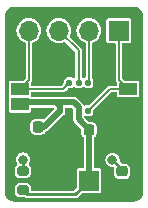
<source format=gbr>
%TF.GenerationSoftware,KiCad,Pcbnew,7.99.0-957-g18dd623122*%
%TF.CreationDate,2023-08-18T16:17:54-04:00*%
%TF.ProjectId,bme680,626d6536-3830-42e6-9b69-6361645f7063,V1.0*%
%TF.SameCoordinates,Original*%
%TF.FileFunction,Copper,L1,Top*%
%TF.FilePolarity,Positive*%
%FSLAX46Y46*%
G04 Gerber Fmt 4.6, Leading zero omitted, Abs format (unit mm)*
G04 Created by KiCad (PCBNEW 7.99.0-957-g18dd623122) date 2023-08-18 16:17:54*
%MOMM*%
%LPD*%
G01*
G04 APERTURE LIST*
G04 Aperture macros list*
%AMRoundRect*
0 Rectangle with rounded corners*
0 $1 Rounding radius*
0 $2 $3 $4 $5 $6 $7 $8 $9 X,Y pos of 4 corners*
0 Add a 4 corners polygon primitive as box body*
4,1,4,$2,$3,$4,$5,$6,$7,$8,$9,$2,$3,0*
0 Add four circle primitives for the rounded corners*
1,1,$1+$1,$2,$3*
1,1,$1+$1,$4,$5*
1,1,$1+$1,$6,$7*
1,1,$1+$1,$8,$9*
0 Add four rect primitives between the rounded corners*
20,1,$1+$1,$2,$3,$4,$5,0*
20,1,$1+$1,$4,$5,$6,$7,0*
20,1,$1+$1,$6,$7,$8,$9,0*
20,1,$1+$1,$8,$9,$2,$3,0*%
G04 Aperture macros list end*
%TA.AperFunction,SMDPad,CuDef*%
%ADD10RoundRect,0.125000X-0.125000X-0.137500X0.125000X-0.137500X0.125000X0.137500X-0.125000X0.137500X0*%
%TD*%
%TA.AperFunction,SMDPad,CuDef*%
%ADD11RoundRect,0.225000X-0.225000X-0.250000X0.225000X-0.250000X0.225000X0.250000X-0.225000X0.250000X0*%
%TD*%
%TA.AperFunction,SMDPad,CuDef*%
%ADD12R,1.500000X1.000000*%
%TD*%
%TA.AperFunction,ComponentPad*%
%ADD13R,1.700000X1.700000*%
%TD*%
%TA.AperFunction,ComponentPad*%
%ADD14O,1.700000X1.700000*%
%TD*%
%TA.AperFunction,SMDPad,CuDef*%
%ADD15RoundRect,0.218750X0.256250X-0.218750X0.256250X0.218750X-0.256250X0.218750X-0.256250X-0.218750X0*%
%TD*%
%TA.AperFunction,SMDPad,CuDef*%
%ADD16RoundRect,0.200000X0.275000X-0.200000X0.275000X0.200000X-0.275000X0.200000X-0.275000X-0.200000X0*%
%TD*%
%TA.AperFunction,ViaPad*%
%ADD17C,0.500000*%
%TD*%
%TA.AperFunction,ViaPad*%
%ADD18C,0.800000*%
%TD*%
%TA.AperFunction,Conductor*%
%ADD19C,0.500000*%
%TD*%
%TA.AperFunction,Conductor*%
%ADD20C,0.250000*%
%TD*%
%TA.AperFunction,Conductor*%
%ADD21C,0.150000*%
%TD*%
G04 APERTURE END LIST*
D10*
%TO.P,U1,1,GND*%
%TO.N,GND*%
X140024000Y-104984500D03*
%TO.P,U1,2,CSB*%
%TO.N,/CSB*%
X140824000Y-104984500D03*
%TO.P,U1,3,SDI*%
%TO.N,/SDI*%
X141624000Y-104984500D03*
%TO.P,U1,4,SCK*%
%TO.N,/SCK*%
X142424000Y-104984500D03*
%TO.P,U1,5,SDO*%
%TO.N,/SDO*%
X142424000Y-107359500D03*
%TO.P,U1,6,VDDIO*%
%TO.N,+3.3V*%
X141624000Y-107359500D03*
%TO.P,U1,7,GND*%
%TO.N,GND*%
X140824000Y-107359500D03*
%TO.P,U1,8,VDD*%
%TO.N,+3.3V*%
X140024000Y-107359500D03*
%TD*%
D11*
%TO.P,C2,1*%
%TO.N,+3.3V*%
X142481000Y-108966000D03*
%TO.P,C2,2*%
%TO.N,GND*%
X144031000Y-108966000D03*
%TD*%
D12*
%TO.P,JP2,1,A*%
%TO.N,/SDO*%
X145796000Y-105522001D03*
%TO.P,JP2,2,B*%
%TO.N,GND*%
X145796000Y-106821999D03*
%TD*%
D13*
%TO.P,J1,1,Pin_1*%
%TO.N,/SDO*%
X145024000Y-100584000D03*
D14*
%TO.P,J1,2,Pin_2*%
%TO.N,/SCK*%
X142484000Y-100584000D03*
%TO.P,J1,3,Pin_3*%
%TO.N,/SDI*%
X139944001Y-100584000D03*
%TO.P,J1,4,Pin_4*%
%TO.N,/CSB*%
X137404000Y-100584000D03*
%TD*%
D15*
%TO.P,D1,1,K*%
%TO.N,GND*%
X145288000Y-114071501D03*
%TO.P,D1,2,A*%
%TO.N,Net-(D1-A)*%
X145288000Y-112496499D03*
%TD*%
D16*
%TO.P,R1,1*%
%TO.N,+3.3V*%
X136906000Y-114109000D03*
%TO.P,R1,2*%
%TO.N,Net-(D1-A)*%
X136906000Y-112459000D03*
%TD*%
D13*
%TO.P,J2,1,Pin_1*%
%TO.N,+3.3V*%
X142499000Y-113284000D03*
D14*
%TO.P,J2,2,Pin_2*%
%TO.N,GND*%
X139959000Y-113284000D03*
%TD*%
D12*
%TO.P,JP1,1,A*%
%TO.N,/CSB*%
X136652000Y-105522001D03*
%TO.P,JP1,2,B*%
%TO.N,+3.3V*%
X136652000Y-106821999D03*
%TD*%
D11*
%TO.P,C1,1*%
%TO.N,GND*%
X136639000Y-108712000D03*
%TO.P,C1,2*%
%TO.N,+3.3V*%
X138189000Y-108712000D03*
%TD*%
D17*
%TO.N,GND*%
X146304000Y-108712000D03*
X139192000Y-103632000D03*
X146304000Y-111252000D03*
X146304000Y-113792000D03*
X145288000Y-111252000D03*
X141224000Y-109220000D03*
X136398000Y-109982000D03*
X140208000Y-110744000D03*
X143764000Y-103632000D03*
X142240000Y-106172000D03*
X141732000Y-110744000D03*
X146304000Y-104140000D03*
D18*
%TO.N,Net-(D1-A)*%
X144482091Y-111520636D03*
X136906000Y-111506000D03*
%TD*%
D19*
%TO.N,+3.3V*%
X141191500Y-106647500D02*
X141624000Y-107080000D01*
D20*
X141324500Y-114458500D02*
X142499000Y-113284000D01*
D19*
X141624000Y-107080000D02*
X141624000Y-107359500D01*
X140024000Y-106971500D02*
X139700000Y-106647500D01*
X138671500Y-108712000D02*
X138189000Y-108712000D01*
X136826499Y-106647500D02*
X139700000Y-106647500D01*
X142481000Y-108966000D02*
X142499000Y-108984000D01*
D20*
X136906000Y-114109000D02*
X137255500Y-114458500D01*
D19*
X141624000Y-107359500D02*
X141624000Y-108109000D01*
X141624000Y-108109000D02*
X142481000Y-108966000D01*
X136652000Y-106821999D02*
X136826499Y-106647500D01*
X140024000Y-107359500D02*
X140024000Y-106971500D01*
X140024000Y-107359500D02*
X138671500Y-108712000D01*
X142499000Y-108984000D02*
X142499000Y-113284000D01*
X139700000Y-106647500D02*
X141191500Y-106647500D01*
D20*
X137255500Y-114458500D02*
X141324500Y-114458500D01*
D21*
%TO.N,/SDO*%
X145024000Y-104750001D02*
X145796000Y-105522001D01*
X142424000Y-107359500D02*
X144261499Y-105522001D01*
X144261499Y-105522001D02*
X145796000Y-105522001D01*
X145024000Y-100584000D02*
X145024000Y-104750001D01*
%TO.N,/SCK*%
X142484000Y-104924500D02*
X142424000Y-104984500D01*
X142484000Y-100584000D02*
X142484000Y-104924500D01*
%TO.N,/SDI*%
X139944001Y-100584000D02*
X141624000Y-102263999D01*
X141624000Y-102263999D02*
X141624000Y-104984500D01*
%TO.N,/CSB*%
X140824000Y-104984500D02*
X140824000Y-104957022D01*
X137404000Y-100584000D02*
X137404000Y-104770001D01*
X140548500Y-105232522D02*
X140548500Y-105287478D01*
X140313977Y-105522001D02*
X136652000Y-105522001D01*
X140548500Y-105287478D02*
X140313977Y-105522001D01*
X137404000Y-104770001D02*
X136652000Y-105522001D01*
X140824000Y-104957022D02*
X140548500Y-105232522D01*
D20*
%TO.N,Net-(D1-A)*%
X144482091Y-111520636D02*
X145288000Y-112326545D01*
X136906000Y-112459000D02*
X136906000Y-111506000D01*
X145288000Y-112326545D02*
X145288000Y-112496499D01*
%TD*%
%TA.AperFunction,Conductor*%
%TO.N,GND*%
G36*
X146305198Y-98552618D02*
G01*
X146339310Y-98555977D01*
X146456546Y-98569187D01*
X146465266Y-98570986D01*
X146524555Y-98588971D01*
X146525521Y-98589286D01*
X146609598Y-98618707D01*
X146616491Y-98621732D01*
X146676093Y-98653590D01*
X146677530Y-98654424D01*
X146729843Y-98687295D01*
X146750262Y-98700125D01*
X146752771Y-98701932D01*
X146807691Y-98747002D01*
X146809463Y-98748608D01*
X146869389Y-98808534D01*
X146870996Y-98810307D01*
X146916066Y-98865227D01*
X146917873Y-98867736D01*
X146963563Y-98940450D01*
X146964419Y-98941924D01*
X146970244Y-98952821D01*
X146996259Y-99001492D01*
X146999294Y-99008406D01*
X147028709Y-99092470D01*
X147029029Y-99093450D01*
X147047010Y-99152723D01*
X147048812Y-99161461D01*
X147062026Y-99278742D01*
X147065382Y-99312801D01*
X147065500Y-99315205D01*
X147065500Y-114298794D01*
X147065382Y-114301198D01*
X147062026Y-114335256D01*
X147048812Y-114452537D01*
X147047010Y-114461275D01*
X147029029Y-114520548D01*
X147028709Y-114521528D01*
X146999294Y-114605592D01*
X146996259Y-114612506D01*
X146964426Y-114672062D01*
X146963563Y-114673548D01*
X146917873Y-114746262D01*
X146916066Y-114748771D01*
X146870996Y-114803691D01*
X146869380Y-114805474D01*
X146809474Y-114865380D01*
X146807691Y-114866996D01*
X146752771Y-114912066D01*
X146750262Y-114913873D01*
X146677548Y-114959563D01*
X146676062Y-114960426D01*
X146616506Y-114992259D01*
X146609592Y-114995294D01*
X146525528Y-115024709D01*
X146524548Y-115025029D01*
X146465275Y-115043010D01*
X146456537Y-115044812D01*
X146339256Y-115058026D01*
X146307057Y-115061198D01*
X146305197Y-115061382D01*
X146302795Y-115061500D01*
X136145205Y-115061500D01*
X136142802Y-115061382D01*
X136140694Y-115061174D01*
X136108742Y-115058026D01*
X135991461Y-115044812D01*
X135982723Y-115043010D01*
X135923450Y-115025029D01*
X135922470Y-115024709D01*
X135838406Y-114995294D01*
X135831496Y-114992260D01*
X135771924Y-114960419D01*
X135770450Y-114959563D01*
X135697736Y-114913873D01*
X135695227Y-114912066D01*
X135640307Y-114866996D01*
X135638534Y-114865389D01*
X135578608Y-114805463D01*
X135577002Y-114803691D01*
X135531932Y-114748771D01*
X135530125Y-114746262D01*
X135517295Y-114725843D01*
X135484424Y-114673530D01*
X135483590Y-114672093D01*
X135451732Y-114612491D01*
X135448707Y-114605598D01*
X135419286Y-114521521D01*
X135418969Y-114520548D01*
X135400986Y-114461266D01*
X135399187Y-114452546D01*
X135385972Y-114335256D01*
X135382618Y-114301198D01*
X135382500Y-114298796D01*
X135382500Y-112690517D01*
X136230500Y-112690517D01*
X136245353Y-112784303D01*
X136302945Y-112897335D01*
X136302950Y-112897342D01*
X136392657Y-112987049D01*
X136392664Y-112987054D01*
X136505691Y-113044644D01*
X136505692Y-113044644D01*
X136505696Y-113044646D01*
X136599481Y-113059500D01*
X137212518Y-113059499D01*
X137306304Y-113044646D01*
X137367387Y-113013522D01*
X137419335Y-112987054D01*
X137419337Y-112987052D01*
X137419342Y-112987050D01*
X137509050Y-112897342D01*
X137534997Y-112846419D01*
X137566644Y-112784309D01*
X137566644Y-112784307D01*
X137566646Y-112784304D01*
X137581500Y-112690519D01*
X137581499Y-112227482D01*
X137566646Y-112133696D01*
X137521541Y-112045172D01*
X137509054Y-112020664D01*
X137509049Y-112020657D01*
X137419342Y-111930950D01*
X137419339Y-111930948D01*
X137412521Y-111927474D01*
X137388166Y-111898956D01*
X137391109Y-111861568D01*
X137395887Y-111853995D01*
X137430536Y-111808841D01*
X137491044Y-111662762D01*
X137511682Y-111506000D01*
X137491044Y-111349238D01*
X137436600Y-111217799D01*
X137430538Y-111203163D01*
X137430535Y-111203158D01*
X137334282Y-111077718D01*
X137334281Y-111077717D01*
X137208841Y-110981464D01*
X137208836Y-110981461D01*
X137062761Y-110920955D01*
X136906000Y-110900318D01*
X136749238Y-110920955D01*
X136603163Y-110981461D01*
X136603158Y-110981464D01*
X136477718Y-111077717D01*
X136477717Y-111077718D01*
X136381464Y-111203158D01*
X136381461Y-111203163D01*
X136320955Y-111349238D01*
X136300318Y-111505999D01*
X136320955Y-111662761D01*
X136381461Y-111808836D01*
X136381462Y-111808837D01*
X136381464Y-111808841D01*
X136416104Y-111853985D01*
X136416106Y-111853987D01*
X136425812Y-111890212D01*
X136407060Y-111922691D01*
X136399479Y-111927474D01*
X136392661Y-111930948D01*
X136392654Y-111930953D01*
X136302950Y-112020657D01*
X136302945Y-112020664D01*
X136245355Y-112133690D01*
X136245355Y-112133692D01*
X136245354Y-112133694D01*
X136245354Y-112133696D01*
X136231820Y-112219148D01*
X136230500Y-112227482D01*
X136230500Y-112690517D01*
X135382500Y-112690517D01*
X135382500Y-107341747D01*
X135701500Y-107341747D01*
X135713133Y-107400230D01*
X135730882Y-107426794D01*
X135757447Y-107466551D01*
X135784012Y-107484300D01*
X135823769Y-107510866D01*
X135882252Y-107522499D01*
X135882255Y-107522499D01*
X137421745Y-107522499D01*
X137421748Y-107522499D01*
X137480231Y-107510866D01*
X137546552Y-107466551D01*
X137590867Y-107400230D01*
X137602500Y-107341747D01*
X137602500Y-107147000D01*
X137616852Y-107112352D01*
X137651500Y-107098000D01*
X139493099Y-107098000D01*
X139527747Y-107112352D01*
X139546247Y-107130852D01*
X139560599Y-107165500D01*
X139546247Y-107200148D01*
X138669673Y-108076721D01*
X138635025Y-108091073D01*
X138612780Y-108085733D01*
X138547126Y-108052281D01*
X138547126Y-108052280D01*
X138447488Y-108036500D01*
X137930512Y-108036500D01*
X137830874Y-108052281D01*
X137830872Y-108052281D01*
X137830870Y-108052282D01*
X137710786Y-108113467D01*
X137710779Y-108113472D01*
X137615472Y-108208779D01*
X137615467Y-108208786D01*
X137554282Y-108328870D01*
X137554281Y-108328872D01*
X137554281Y-108328874D01*
X137538500Y-108428512D01*
X137538500Y-108995488D01*
X137554281Y-109095126D01*
X137554281Y-109095127D01*
X137554282Y-109095129D01*
X137615467Y-109215213D01*
X137615472Y-109215220D01*
X137710779Y-109310527D01*
X137710786Y-109310532D01*
X137830870Y-109371717D01*
X137830874Y-109371719D01*
X137930512Y-109387500D01*
X137930514Y-109387500D01*
X138447486Y-109387500D01*
X138447488Y-109387500D01*
X138547126Y-109371719D01*
X138609699Y-109339836D01*
X138667213Y-109310532D01*
X138667215Y-109310530D01*
X138667220Y-109310528D01*
X138762528Y-109215220D01*
X138786541Y-109168089D01*
X138815059Y-109143733D01*
X138821094Y-109142188D01*
X138821972Y-109142023D01*
X138874172Y-109114432D01*
X138874956Y-109114036D01*
X138928142Y-109088425D01*
X138929708Y-109086971D01*
X138940145Y-109079566D01*
X138942038Y-109078566D01*
X138983807Y-109036795D01*
X138984420Y-109036206D01*
X139027694Y-108996055D01*
X139028763Y-108994202D01*
X139036549Y-108984053D01*
X140188004Y-107832597D01*
X140216259Y-107818665D01*
X140234545Y-107816259D01*
X140338579Y-107767747D01*
X140419747Y-107686579D01*
X140468259Y-107582545D01*
X140474500Y-107535139D01*
X140474500Y-107374293D01*
X140474500Y-107368407D01*
X140474517Y-107367491D01*
X140475480Y-107341743D01*
X140476725Y-107308490D01*
X140476170Y-107306418D01*
X140474500Y-107293735D01*
X140474500Y-107147000D01*
X140488852Y-107112352D01*
X140523500Y-107098000D01*
X140984600Y-107098000D01*
X141019248Y-107112352D01*
X141159148Y-107252251D01*
X141173500Y-107286899D01*
X141173500Y-108082321D01*
X141173346Y-108085066D01*
X141168730Y-108126031D01*
X141168730Y-108126036D01*
X141179702Y-108184029D01*
X141179855Y-108184931D01*
X141184875Y-108218234D01*
X141188652Y-108243287D01*
X141188653Y-108243289D01*
X141189580Y-108245214D01*
X141193577Y-108257359D01*
X141193977Y-108259473D01*
X141221572Y-108311685D01*
X141221975Y-108312484D01*
X141234216Y-108337903D01*
X141247575Y-108365643D01*
X141249032Y-108367213D01*
X141256427Y-108377634D01*
X141257432Y-108379535D01*
X141257435Y-108379539D01*
X141299164Y-108421268D01*
X141299800Y-108421928D01*
X141339945Y-108465194D01*
X141341803Y-108466266D01*
X141351947Y-108474051D01*
X141816148Y-108938251D01*
X141830499Y-108972899D01*
X141830500Y-109249488D01*
X141846281Y-109349126D01*
X141846281Y-109349127D01*
X141846282Y-109349129D01*
X141907467Y-109469213D01*
X141907472Y-109469220D01*
X142002780Y-109564528D01*
X142021744Y-109574190D01*
X142046101Y-109602707D01*
X142048500Y-109617850D01*
X142048500Y-112184500D01*
X142034148Y-112219148D01*
X141999500Y-112233500D01*
X141629252Y-112233500D01*
X141572679Y-112244753D01*
X141570769Y-112245133D01*
X141504447Y-112289447D01*
X141460133Y-112355769D01*
X141448500Y-112414252D01*
X141448500Y-112414254D01*
X141448500Y-112414255D01*
X141448500Y-113853878D01*
X141434148Y-113888526D01*
X141204026Y-114118648D01*
X141169378Y-114133000D01*
X137630500Y-114133000D01*
X137595852Y-114118648D01*
X137581500Y-114084000D01*
X137581499Y-113877482D01*
X137566646Y-113783696D01*
X137509054Y-113670664D01*
X137509049Y-113670657D01*
X137419342Y-113580950D01*
X137419335Y-113580945D01*
X137306308Y-113523355D01*
X137306305Y-113523354D01*
X137306304Y-113523354D01*
X137212519Y-113508500D01*
X137212517Y-113508500D01*
X136599482Y-113508500D01*
X136505696Y-113523353D01*
X136392664Y-113580945D01*
X136392657Y-113580950D01*
X136302950Y-113670657D01*
X136302945Y-113670664D01*
X136245355Y-113783690D01*
X136245355Y-113783692D01*
X136245354Y-113783694D01*
X136245354Y-113783696D01*
X136231024Y-113874174D01*
X136230500Y-113877482D01*
X136230500Y-114340517D01*
X136245353Y-114434303D01*
X136302945Y-114547335D01*
X136302950Y-114547342D01*
X136392657Y-114637049D01*
X136392664Y-114637054D01*
X136505691Y-114694644D01*
X136505692Y-114694644D01*
X136505696Y-114694646D01*
X136599481Y-114709500D01*
X137026113Y-114709499D01*
X137050611Y-114716063D01*
X137063353Y-114723419D01*
X137079535Y-114732762D01*
X137081306Y-114733890D01*
X137115816Y-114758054D01*
X137123628Y-114760146D01*
X137135443Y-114765039D01*
X137142455Y-114769088D01*
X137178919Y-114775517D01*
X137183924Y-114776400D01*
X137186008Y-114776862D01*
X137226693Y-114787764D01*
X137263433Y-114784549D01*
X137268657Y-114784093D01*
X137270793Y-114784000D01*
X141309210Y-114784000D01*
X141311346Y-114784093D01*
X141319400Y-114784797D01*
X141353307Y-114787764D01*
X141393995Y-114776861D01*
X141396074Y-114776400D01*
X141437545Y-114769088D01*
X141444554Y-114765040D01*
X141456371Y-114760146D01*
X141464184Y-114758054D01*
X141498690Y-114733891D01*
X141500465Y-114732760D01*
X141536955Y-114711694D01*
X141564032Y-114679423D01*
X141565465Y-114677859D01*
X141894473Y-114348852D01*
X141929122Y-114334500D01*
X143368745Y-114334500D01*
X143368748Y-114334500D01*
X143427231Y-114322867D01*
X143493552Y-114278552D01*
X143537867Y-114212231D01*
X143549500Y-114153748D01*
X143549500Y-112414252D01*
X143537867Y-112355769D01*
X143511301Y-112316012D01*
X143493552Y-112289447D01*
X143453795Y-112262882D01*
X143427231Y-112245133D01*
X143368748Y-112233500D01*
X143368745Y-112233500D01*
X142998500Y-112233500D01*
X142963852Y-112219148D01*
X142949500Y-112184500D01*
X142949500Y-111520635D01*
X143876409Y-111520635D01*
X143897046Y-111677397D01*
X143957552Y-111823472D01*
X143957555Y-111823477D01*
X144042623Y-111934341D01*
X144053809Y-111948918D01*
X144179250Y-112045172D01*
X144179252Y-112045172D01*
X144179254Y-112045174D01*
X144325329Y-112105680D01*
X144482091Y-112126318D01*
X144569378Y-112114825D01*
X144605601Y-112124531D01*
X144624353Y-112157009D01*
X144624169Y-112171071D01*
X144615235Y-112227482D01*
X144612500Y-112244753D01*
X144612500Y-112748245D01*
X144628049Y-112846419D01*
X144628049Y-112846420D01*
X144628050Y-112846421D01*
X144688338Y-112964745D01*
X144688342Y-112964750D01*
X144782248Y-113058656D01*
X144782253Y-113058660D01*
X144861660Y-113099119D01*
X144900580Y-113118950D01*
X144998754Y-113134499D01*
X144998755Y-113134499D01*
X145577245Y-113134499D01*
X145577246Y-113134499D01*
X145675420Y-113118950D01*
X145792097Y-113059500D01*
X145793746Y-113058660D01*
X145793747Y-113058658D01*
X145793751Y-113058657D01*
X145887658Y-112964750D01*
X145947951Y-112846419D01*
X145963500Y-112748245D01*
X145963500Y-112244753D01*
X145947951Y-112146579D01*
X145927112Y-112105680D01*
X145887661Y-112028252D01*
X145887657Y-112028247D01*
X145793751Y-111934341D01*
X145793746Y-111934337D01*
X145675422Y-111874049D01*
X145675421Y-111874048D01*
X145675420Y-111874048D01*
X145577246Y-111858499D01*
X145577245Y-111858499D01*
X145300577Y-111858499D01*
X145265929Y-111844147D01*
X145087949Y-111666168D01*
X145073597Y-111631520D01*
X145074016Y-111625124D01*
X145087773Y-111520636D01*
X145067135Y-111363874D01*
X145006627Y-111217795D01*
X144910373Y-111092354D01*
X144784932Y-110996100D01*
X144784927Y-110996097D01*
X144638852Y-110935591D01*
X144502727Y-110917670D01*
X144482091Y-110914954D01*
X144482090Y-110914954D01*
X144325329Y-110935591D01*
X144179254Y-110996097D01*
X144179249Y-110996100D01*
X144053809Y-111092353D01*
X144053808Y-111092354D01*
X143957555Y-111217794D01*
X143957552Y-111217799D01*
X143897046Y-111363874D01*
X143876409Y-111520635D01*
X142949500Y-111520635D01*
X142949500Y-109594544D01*
X142963852Y-109559896D01*
X142963852Y-109559895D01*
X143054528Y-109469220D01*
X143115719Y-109349126D01*
X143131500Y-109249488D01*
X143131500Y-108682512D01*
X143115719Y-108582874D01*
X143115717Y-108582870D01*
X143054532Y-108462786D01*
X143054527Y-108462779D01*
X142959220Y-108367472D01*
X142959213Y-108367467D01*
X142839129Y-108306282D01*
X142839127Y-108306281D01*
X142839126Y-108306281D01*
X142739488Y-108290500D01*
X142739486Y-108290500D01*
X142462900Y-108290500D01*
X142428252Y-108276148D01*
X142088852Y-107936747D01*
X142074500Y-107902099D01*
X142074500Y-107828377D01*
X142088852Y-107793729D01*
X142123500Y-107779377D01*
X142144205Y-107783967D01*
X142213455Y-107816259D01*
X142260861Y-107822500D01*
X142587138Y-107822499D01*
X142634545Y-107816259D01*
X142738579Y-107767747D01*
X142819747Y-107686579D01*
X142868259Y-107582545D01*
X142874500Y-107535139D01*
X142874499Y-107318910D01*
X142888850Y-107284264D01*
X144361262Y-105811853D01*
X144395911Y-105797501D01*
X144796500Y-105797501D01*
X144831148Y-105811853D01*
X144845500Y-105846501D01*
X144845500Y-106041749D01*
X144857133Y-106100232D01*
X144870861Y-106120777D01*
X144901447Y-106166553D01*
X144923904Y-106181558D01*
X144967769Y-106210868D01*
X145026252Y-106222501D01*
X145026255Y-106222501D01*
X146565745Y-106222501D01*
X146565748Y-106222501D01*
X146624231Y-106210868D01*
X146690552Y-106166553D01*
X146734867Y-106100232D01*
X146746500Y-106041749D01*
X146746500Y-105002253D01*
X146734867Y-104943770D01*
X146690583Y-104877495D01*
X146690552Y-104877448D01*
X146650795Y-104850883D01*
X146624231Y-104833134D01*
X146565748Y-104821501D01*
X146565745Y-104821501D01*
X145505412Y-104821501D01*
X145470764Y-104807149D01*
X145313852Y-104650237D01*
X145299500Y-104615589D01*
X145299500Y-101683500D01*
X145313852Y-101648852D01*
X145348500Y-101634500D01*
X145893745Y-101634500D01*
X145893748Y-101634500D01*
X145952231Y-101622867D01*
X146018552Y-101578552D01*
X146062867Y-101512231D01*
X146074500Y-101453748D01*
X146074500Y-99714252D01*
X146062867Y-99655769D01*
X146031462Y-99608769D01*
X146018552Y-99589447D01*
X145957569Y-99548700D01*
X145952231Y-99545133D01*
X145893748Y-99533500D01*
X144154252Y-99533500D01*
X144095768Y-99545132D01*
X144095769Y-99545133D01*
X144029447Y-99589447D01*
X143985133Y-99655768D01*
X143985133Y-99655769D01*
X143973500Y-99714252D01*
X143973500Y-101453748D01*
X143985133Y-101512231D01*
X143991427Y-101521650D01*
X144029447Y-101578552D01*
X144056012Y-101596301D01*
X144095769Y-101622867D01*
X144154252Y-101634500D01*
X144699500Y-101634500D01*
X144734148Y-101648852D01*
X144748500Y-101683500D01*
X144748500Y-104718040D01*
X144747559Y-104727598D01*
X144743103Y-104750001D01*
X144748500Y-104777133D01*
X144748500Y-104777134D01*
X144764485Y-104857496D01*
X144777848Y-104877495D01*
X144825376Y-104948626D01*
X144828788Y-104952038D01*
X144828094Y-104952731D01*
X144846167Y-104979779D01*
X144846168Y-104998894D01*
X144845500Y-105002250D01*
X144845500Y-105197501D01*
X144831148Y-105232149D01*
X144796500Y-105246501D01*
X144293456Y-105246501D01*
X144283896Y-105245559D01*
X144261500Y-105241104D01*
X144261499Y-105241104D01*
X144253674Y-105242660D01*
X144238236Y-105245731D01*
X144238234Y-105245731D01*
X144234367Y-105246501D01*
X144234366Y-105246501D01*
X144182297Y-105256858D01*
X144154003Y-105262486D01*
X144116600Y-105287478D01*
X144087155Y-105307152D01*
X144087153Y-105307154D01*
X144062874Y-105323377D01*
X144062873Y-105323378D01*
X144050185Y-105342366D01*
X144044093Y-105349789D01*
X142511734Y-106882148D01*
X142477086Y-106896500D01*
X142260865Y-106896500D01*
X142260860Y-106896501D01*
X142213456Y-106902740D01*
X142168753Y-106923585D01*
X142116435Y-106947982D01*
X142078969Y-106949618D01*
X142052407Y-106926470D01*
X142026447Y-106877354D01*
X142026033Y-106876535D01*
X142021706Y-106867550D01*
X142000425Y-106823358D01*
X141998967Y-106821787D01*
X141991563Y-106811351D01*
X141990565Y-106809462D01*
X141948846Y-106767743D01*
X141948210Y-106767083D01*
X141908054Y-106723805D01*
X141906195Y-106722732D01*
X141896048Y-106714945D01*
X141528919Y-106347816D01*
X141527087Y-106345766D01*
X141513304Y-106328484D01*
X141501379Y-106313530D01*
X141501372Y-106313525D01*
X141452589Y-106280264D01*
X141451842Y-106279734D01*
X141404385Y-106244708D01*
X141404380Y-106244706D01*
X141402355Y-106243997D01*
X141390949Y-106238239D01*
X141389170Y-106237026D01*
X141332748Y-106219623D01*
X141331895Y-106219342D01*
X141307676Y-106210868D01*
X141276202Y-106199854D01*
X141276192Y-106199852D01*
X141274046Y-106199772D01*
X141261456Y-106197633D01*
X141259403Y-106197000D01*
X141259402Y-106197000D01*
X141200391Y-106197000D01*
X141199475Y-106196983D01*
X141154137Y-106195286D01*
X141140490Y-106194776D01*
X141140489Y-106194776D01*
X141139143Y-106195136D01*
X141138421Y-106195330D01*
X141125739Y-106197000D01*
X139708891Y-106197000D01*
X139707975Y-106196983D01*
X139662637Y-106195286D01*
X139648990Y-106194776D01*
X139648989Y-106194776D01*
X139647643Y-106195136D01*
X139646921Y-106195330D01*
X139634239Y-106197000D01*
X137617881Y-106197000D01*
X137583233Y-106182648D01*
X137568881Y-106148000D01*
X137577139Y-106120777D01*
X137590867Y-106100232D01*
X137602500Y-106041749D01*
X137602500Y-105846500D01*
X137616852Y-105811853D01*
X137651500Y-105797501D01*
X140282020Y-105797501D01*
X140291580Y-105798443D01*
X140313976Y-105802898D01*
X140313977Y-105802898D01*
X140341109Y-105797501D01*
X140341110Y-105797501D01*
X140421472Y-105781516D01*
X140463442Y-105753472D01*
X140489599Y-105735995D01*
X140489600Y-105735993D01*
X140512601Y-105720625D01*
X140525293Y-105701631D01*
X140531381Y-105694212D01*
X140720713Y-105504879D01*
X140728126Y-105498794D01*
X140747124Y-105486102D01*
X140758367Y-105469275D01*
X140789551Y-105448440D01*
X140799109Y-105447499D01*
X140987133Y-105447499D01*
X140987138Y-105447499D01*
X141034545Y-105441259D01*
X141138579Y-105392747D01*
X141138580Y-105392744D01*
X141189352Y-105341975D01*
X141224000Y-105327623D01*
X141258648Y-105341975D01*
X141309418Y-105392745D01*
X141309420Y-105392746D01*
X141309421Y-105392747D01*
X141413455Y-105441259D01*
X141460861Y-105447500D01*
X141787138Y-105447499D01*
X141834545Y-105441259D01*
X141938579Y-105392747D01*
X141938580Y-105392744D01*
X141989352Y-105341975D01*
X142024000Y-105327623D01*
X142058648Y-105341975D01*
X142109418Y-105392745D01*
X142109420Y-105392746D01*
X142109421Y-105392747D01*
X142213455Y-105441259D01*
X142260861Y-105447500D01*
X142587138Y-105447499D01*
X142634545Y-105441259D01*
X142738579Y-105392747D01*
X142819747Y-105311579D01*
X142868259Y-105207545D01*
X142874500Y-105160139D01*
X142874499Y-104808862D01*
X142868259Y-104761455D01*
X142868258Y-104761453D01*
X142845636Y-104712941D01*
X142819747Y-104657421D01*
X142819746Y-104657420D01*
X142819745Y-104657418D01*
X142773852Y-104611525D01*
X142759500Y-104576877D01*
X142759500Y-101634538D01*
X142773852Y-101599890D01*
X142794276Y-101587648D01*
X142887954Y-101559232D01*
X143070450Y-101461685D01*
X143230410Y-101330410D01*
X143361685Y-101170450D01*
X143459232Y-100987954D01*
X143519300Y-100789934D01*
X143539583Y-100584000D01*
X143519300Y-100378066D01*
X143459232Y-100180046D01*
X143361685Y-99997550D01*
X143230410Y-99837590D01*
X143070450Y-99706315D01*
X142887954Y-99608768D01*
X142689934Y-99548700D01*
X142484000Y-99528417D01*
X142278065Y-99548700D01*
X142278064Y-99548700D01*
X142080043Y-99608769D01*
X141897548Y-99706316D01*
X141737590Y-99837590D01*
X141606316Y-99997548D01*
X141508769Y-100180043D01*
X141448700Y-100378064D01*
X141448700Y-100378065D01*
X141448700Y-100378066D01*
X141428417Y-100584000D01*
X141448700Y-100789934D01*
X141508768Y-100987954D01*
X141606315Y-101170450D01*
X141737590Y-101330410D01*
X141897550Y-101461685D01*
X142080046Y-101559232D01*
X142173724Y-101587648D01*
X142202714Y-101611439D01*
X142208500Y-101634538D01*
X142208500Y-104498834D01*
X142194148Y-104533482D01*
X142180209Y-104543243D01*
X142109418Y-104576254D01*
X142058648Y-104627025D01*
X142024000Y-104641377D01*
X141989352Y-104627025D01*
X141938581Y-104576254D01*
X141938578Y-104576252D01*
X141927790Y-104571221D01*
X141902454Y-104543570D01*
X141899500Y-104526813D01*
X141899500Y-102295954D01*
X141900441Y-102286395D01*
X141904896Y-102263999D01*
X141899500Y-102236870D01*
X141899500Y-102236866D01*
X141883515Y-102156504D01*
X141847013Y-102101875D01*
X141822624Y-102065374D01*
X141803634Y-102052686D01*
X141796209Y-102046592D01*
X140881651Y-101132034D01*
X140867299Y-101097386D01*
X140873084Y-101074289D01*
X140919233Y-100987954D01*
X140979301Y-100789934D01*
X140999584Y-100584000D01*
X140979301Y-100378066D01*
X140919233Y-100180046D01*
X140821686Y-99997550D01*
X140690411Y-99837590D01*
X140530451Y-99706315D01*
X140347955Y-99608768D01*
X140149935Y-99548700D01*
X139944001Y-99528417D01*
X139738066Y-99548700D01*
X139738065Y-99548700D01*
X139540044Y-99608769D01*
X139357549Y-99706316D01*
X139197591Y-99837590D01*
X139066317Y-99997548D01*
X138968770Y-100180043D01*
X138908701Y-100378064D01*
X138908701Y-100378065D01*
X138908701Y-100378066D01*
X138888418Y-100584000D01*
X138908701Y-100789934D01*
X138968769Y-100987954D01*
X139066316Y-101170450D01*
X139197591Y-101330410D01*
X139357551Y-101461685D01*
X139540047Y-101559232D01*
X139738067Y-101619300D01*
X139923716Y-101637585D01*
X139944000Y-101639583D01*
X139944000Y-101639582D01*
X139944001Y-101639583D01*
X140149935Y-101619300D01*
X140347955Y-101559232D01*
X140434289Y-101513083D01*
X140471610Y-101509408D01*
X140492035Y-101521650D01*
X141334148Y-102363762D01*
X141348500Y-102398410D01*
X141348500Y-104526813D01*
X141334148Y-104561461D01*
X141320210Y-104571221D01*
X141309421Y-104576252D01*
X141309418Y-104576254D01*
X141258648Y-104627025D01*
X141224000Y-104641377D01*
X141189352Y-104627025D01*
X141138581Y-104576254D01*
X141138579Y-104576253D01*
X141067789Y-104543243D01*
X141034546Y-104527741D01*
X141025063Y-104526492D01*
X140987139Y-104521500D01*
X140987135Y-104521500D01*
X140660865Y-104521500D01*
X140660860Y-104521501D01*
X140613454Y-104527740D01*
X140509420Y-104576253D01*
X140509418Y-104576254D01*
X140428254Y-104657418D01*
X140428253Y-104657420D01*
X140379742Y-104761452D01*
X140379741Y-104761453D01*
X140379741Y-104761454D01*
X140379741Y-104761455D01*
X140373726Y-104807149D01*
X140373500Y-104808864D01*
X140373500Y-104991922D01*
X140359148Y-105026570D01*
X140351725Y-105032662D01*
X140349877Y-105033896D01*
X140349876Y-105033897D01*
X140334505Y-105056899D01*
X140334506Y-105056900D01*
X140323425Y-105073484D01*
X140291665Y-105121015D01*
X140285572Y-105128439D01*
X140285037Y-105128974D01*
X140286084Y-105139610D01*
X140283851Y-105150833D01*
X140270441Y-105175919D01*
X140214211Y-105232149D01*
X140179566Y-105246501D01*
X137651500Y-105246501D01*
X137616852Y-105232149D01*
X137602500Y-105197501D01*
X137602500Y-105002252D01*
X137602499Y-105002251D01*
X137601334Y-104996392D01*
X137608645Y-104959613D01*
X137631358Y-104925623D01*
X137663516Y-104877495D01*
X137684897Y-104770001D01*
X137680441Y-104747597D01*
X137679500Y-104738039D01*
X137679500Y-101634538D01*
X137693852Y-101599890D01*
X137714276Y-101587648D01*
X137807954Y-101559232D01*
X137990450Y-101461685D01*
X138150410Y-101330410D01*
X138281685Y-101170450D01*
X138379232Y-100987954D01*
X138439300Y-100789934D01*
X138459583Y-100584000D01*
X138439300Y-100378066D01*
X138379232Y-100180046D01*
X138281685Y-99997550D01*
X138150410Y-99837590D01*
X137990450Y-99706315D01*
X137807954Y-99608768D01*
X137609934Y-99548700D01*
X137404000Y-99528417D01*
X137198065Y-99548700D01*
X137198064Y-99548700D01*
X137000043Y-99608769D01*
X136817548Y-99706316D01*
X136657590Y-99837590D01*
X136526316Y-99997548D01*
X136428769Y-100180043D01*
X136368700Y-100378064D01*
X136368700Y-100378065D01*
X136368700Y-100378066D01*
X136348417Y-100584000D01*
X136368700Y-100789934D01*
X136428768Y-100987954D01*
X136526315Y-101170450D01*
X136657590Y-101330410D01*
X136817550Y-101461685D01*
X137000046Y-101559232D01*
X137093724Y-101587648D01*
X137122714Y-101611439D01*
X137128500Y-101634538D01*
X137128500Y-104635588D01*
X137114148Y-104670236D01*
X136977236Y-104807149D01*
X136942588Y-104821501D01*
X135882252Y-104821501D01*
X135823768Y-104833134D01*
X135823769Y-104833134D01*
X135757447Y-104877448D01*
X135713132Y-104943770D01*
X135713133Y-104943770D01*
X135701500Y-105002253D01*
X135701500Y-106041749D01*
X135713133Y-106100232D01*
X135726861Y-106120777D01*
X135742897Y-106144776D01*
X135750214Y-106181558D01*
X135742897Y-106199221D01*
X135713133Y-106243766D01*
X135713132Y-106243768D01*
X135713133Y-106243768D01*
X135701500Y-106302251D01*
X135701500Y-107341747D01*
X135382500Y-107341747D01*
X135382500Y-99315203D01*
X135382618Y-99312801D01*
X135385974Y-99278722D01*
X135399188Y-99161449D01*
X135400985Y-99152737D01*
X135418980Y-99093415D01*
X135419277Y-99092506D01*
X135448710Y-99008391D01*
X135451727Y-99001517D01*
X135483604Y-98941880D01*
X135484409Y-98940494D01*
X135530132Y-98867725D01*
X135531932Y-98865227D01*
X135577022Y-98810284D01*
X135578588Y-98808556D01*
X135638556Y-98748588D01*
X135640284Y-98747022D01*
X135695230Y-98701929D01*
X135697725Y-98700132D01*
X135770494Y-98654409D01*
X135771880Y-98653604D01*
X135831517Y-98621727D01*
X135838391Y-98618710D01*
X135922506Y-98589277D01*
X135923415Y-98588980D01*
X135982737Y-98570985D01*
X135991449Y-98569188D01*
X136108722Y-98555974D01*
X136142802Y-98552617D01*
X136145203Y-98552500D01*
X146302796Y-98552500D01*
X146305198Y-98552618D01*
G37*
%TD.AperFunction*%
%TD*%
M02*

</source>
